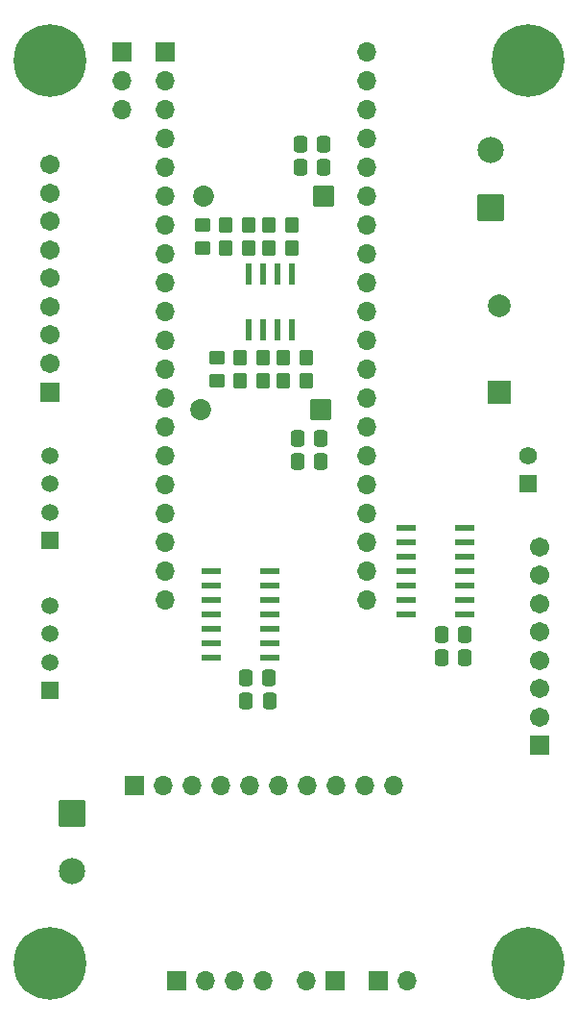
<source format=gbr>
%TF.GenerationSoftware,KiCad,Pcbnew,7.0.5*%
%TF.CreationDate,2023-10-05T13:58:56+07:00*%
%TF.ProjectId,Main_board,4d61696e-5f62-46f6-9172-642e6b696361,rev?*%
%TF.SameCoordinates,Original*%
%TF.FileFunction,Soldermask,Bot*%
%TF.FilePolarity,Negative*%
%FSLAX46Y46*%
G04 Gerber Fmt 4.6, Leading zero omitted, Abs format (unit mm)*
G04 Created by KiCad (PCBNEW 7.0.5) date 2023-10-05 13:58:56*
%MOMM*%
%LPD*%
G01*
G04 APERTURE LIST*
G04 Aperture macros list*
%AMRoundRect*
0 Rectangle with rounded corners*
0 $1 Rounding radius*
0 $2 $3 $4 $5 $6 $7 $8 $9 X,Y pos of 4 corners*
0 Add a 4 corners polygon primitive as box body*
4,1,4,$2,$3,$4,$5,$6,$7,$8,$9,$2,$3,0*
0 Add four circle primitives for the rounded corners*
1,1,$1+$1,$2,$3*
1,1,$1+$1,$4,$5*
1,1,$1+$1,$6,$7*
1,1,$1+$1,$8,$9*
0 Add four rect primitives between the rounded corners*
20,1,$1+$1,$2,$3,$4,$5,0*
20,1,$1+$1,$4,$5,$6,$7,0*
20,1,$1+$1,$6,$7,$8,$9,0*
20,1,$1+$1,$8,$9,$2,$3,0*%
G04 Aperture macros list end*
%ADD10R,1.575000X1.575000*%
%ADD11C,1.575000*%
%ADD12R,1.700000X1.700000*%
%ADD13O,1.700000X1.700000*%
%ADD14C,6.400000*%
%ADD15R,2.000000X2.000000*%
%ADD16C,2.000000*%
%ADD17R,1.508000X1.508000*%
%ADD18C,1.508000*%
%ADD19RoundRect,0.102000X-1.050000X1.050000X-1.050000X-1.050000X1.050000X-1.050000X1.050000X1.050000X0*%
%ADD20C,2.304000*%
%ADD21RoundRect,0.102000X0.754000X-0.754000X0.754000X0.754000X-0.754000X0.754000X-0.754000X-0.754000X0*%
%ADD22C,1.712000*%
%ADD23RoundRect,0.102000X1.050000X-1.050000X1.050000X1.050000X-1.050000X1.050000X-1.050000X-1.050000X0*%
%ADD24C,1.854000*%
%ADD25RoundRect,0.102000X0.825000X0.825000X-0.825000X0.825000X-0.825000X-0.825000X0.825000X-0.825000X0*%
%ADD26RoundRect,0.250000X-0.337500X-0.475000X0.337500X-0.475000X0.337500X0.475000X-0.337500X0.475000X0*%
%ADD27RoundRect,0.250000X-0.450000X0.350000X-0.450000X-0.350000X0.450000X-0.350000X0.450000X0.350000X0*%
%ADD28RoundRect,0.250000X0.350000X0.450000X-0.350000X0.450000X-0.350000X-0.450000X0.350000X-0.450000X0*%
%ADD29R,1.701800X0.533400*%
%ADD30RoundRect,0.250000X-0.350000X-0.450000X0.350000X-0.450000X0.350000X0.450000X-0.350000X0.450000X0*%
%ADD31RoundRect,0.250000X0.337500X0.475000X-0.337500X0.475000X-0.337500X-0.475000X0.337500X-0.475000X0*%
%ADD32R,0.570000X1.970000*%
%ADD33RoundRect,0.250000X0.450000X-0.350000X0.450000X0.350000X-0.450000X0.350000X-0.450000X-0.350000X0*%
G04 APERTURE END LIST*
D10*
%TO.C,J9*%
X182118000Y-66762000D03*
D11*
X182118000Y-64262000D03*
%TD*%
D12*
%TO.C,J7*%
X168910000Y-110490000D03*
D13*
X171450000Y-110490000D03*
%TD*%
D12*
%TO.C,J6*%
X165105000Y-110490000D03*
D13*
X162565000Y-110490000D03*
%TD*%
D14*
%TO.C,H1*%
X139954000Y-29464000D03*
%TD*%
D12*
%TO.C,J2*%
X146304000Y-28702000D03*
D13*
X146304000Y-31242000D03*
X146304000Y-33782000D03*
%TD*%
D15*
%TO.C,BZ1*%
X179578000Y-58664000D03*
D16*
X179578000Y-51064000D03*
%TD*%
D12*
%TO.C,U3*%
X150082800Y-28740800D03*
D13*
X150082800Y-31280800D03*
X150082800Y-33820800D03*
X150082800Y-36360800D03*
X150082800Y-38900800D03*
X150082800Y-41440800D03*
X150082800Y-43980800D03*
X150082800Y-46520800D03*
X150082800Y-49060800D03*
X150082800Y-51600800D03*
X150082800Y-54140800D03*
X150082800Y-56680800D03*
X150082800Y-59220800D03*
X150082800Y-61760800D03*
X150082800Y-64300800D03*
X150082800Y-66840800D03*
X150082800Y-69380800D03*
X150082800Y-71920800D03*
X150082800Y-74460800D03*
X150082800Y-77000800D03*
X167894000Y-76962000D03*
X167894000Y-74422000D03*
X167894000Y-71882000D03*
X167894000Y-69342000D03*
X167894000Y-66802000D03*
X167894000Y-64262000D03*
X167894000Y-61722000D03*
X167894000Y-59182000D03*
X167894000Y-56642000D03*
X167894000Y-54102000D03*
X167894000Y-51562000D03*
X167894000Y-49022000D03*
X167894000Y-46482000D03*
X167894000Y-43942000D03*
X167894000Y-41402000D03*
X167894000Y-38862000D03*
X167894000Y-36322000D03*
X167894000Y-33782000D03*
X167894000Y-31242000D03*
X167894000Y-28702000D03*
%TD*%
D14*
%TO.C,H4*%
X182118000Y-108966000D03*
%TD*%
D17*
%TO.C,U5*%
X139954000Y-84970000D03*
D18*
X139954000Y-82470000D03*
X139954000Y-79970000D03*
X139954000Y-77470000D03*
%TD*%
D19*
%TO.C,J4*%
X141922000Y-95803500D03*
D20*
X141922000Y-100883500D03*
%TD*%
D17*
%TO.C,U4*%
X139954000Y-71762000D03*
D18*
X139954000Y-69262000D03*
X139954000Y-66762000D03*
X139954000Y-64262000D03*
%TD*%
D12*
%TO.C,J8*%
X151130000Y-110490000D03*
D13*
X153670000Y-110490000D03*
X156210000Y-110490000D03*
X158750000Y-110490000D03*
%TD*%
D14*
%TO.C,H3*%
X182118000Y-29464000D03*
%TD*%
D21*
%TO.C,J1*%
X139954000Y-58648000D03*
D22*
X139954000Y-56148000D03*
X139954000Y-53648000D03*
X139954000Y-51148000D03*
X139954000Y-48648000D03*
X139954000Y-46148000D03*
X139954000Y-43648000D03*
X139954000Y-41148000D03*
X139954000Y-38648000D03*
%TD*%
D12*
%TO.C,U1*%
X147388250Y-93283000D03*
D13*
X149928250Y-93283000D03*
X152468250Y-93283000D03*
X155008250Y-93283000D03*
X157548250Y-93283000D03*
X160088250Y-93283000D03*
X162628250Y-93283000D03*
X165168250Y-93283000D03*
X167708250Y-93283000D03*
X170248250Y-93283000D03*
%TD*%
D14*
%TO.C,H2*%
X139954000Y-108966000D03*
%TD*%
D23*
%TO.C,J5*%
X178816000Y-42418000D03*
D20*
X178816000Y-37338000D03*
%TD*%
D21*
%TO.C,J3*%
X183134000Y-89796000D03*
D22*
X183134000Y-87296000D03*
X183134000Y-84796000D03*
X183134000Y-82296000D03*
X183134000Y-79796000D03*
X183134000Y-77296000D03*
X183134000Y-74796000D03*
X183134000Y-72296000D03*
%TD*%
D24*
%TO.C,D2*%
X153196000Y-60198000D03*
D25*
X163796000Y-60198000D03*
%TD*%
D26*
%TO.C,C11*%
X157226000Y-85852000D03*
X159301000Y-85852000D03*
%TD*%
D27*
%TO.C,R9*%
X153416000Y-43958000D03*
X153416000Y-45958000D03*
%TD*%
D28*
%TO.C,R15*%
X161274000Y-43942000D03*
X159274000Y-43942000D03*
%TD*%
D29*
%TO.C,U6*%
X171348400Y-78232000D03*
X171348400Y-76962000D03*
X171348400Y-75692000D03*
X171348400Y-74422000D03*
X171348400Y-73152000D03*
X171348400Y-71882000D03*
X171348400Y-70612000D03*
X176530000Y-70612000D03*
X176530000Y-71882000D03*
X176530000Y-73152000D03*
X176530000Y-74422000D03*
X176530000Y-75692000D03*
X176530000Y-76962000D03*
X176530000Y-78232000D03*
%TD*%
D30*
%TO.C,R11*%
X155464000Y-43942000D03*
X157464000Y-43942000D03*
%TD*%
D28*
%TO.C,R16*%
X162544000Y-55626000D03*
X160544000Y-55626000D03*
%TD*%
D31*
%TO.C,C23*%
X163851500Y-64770000D03*
X161776500Y-64770000D03*
%TD*%
D26*
%TO.C,C2*%
X174476500Y-82042000D03*
X176551500Y-82042000D03*
%TD*%
%TO.C,C24*%
X161776500Y-62738000D03*
X163851500Y-62738000D03*
%TD*%
D29*
%TO.C,U2*%
X154127200Y-82042000D03*
X154127200Y-80772000D03*
X154127200Y-79502000D03*
X154127200Y-78232000D03*
X154127200Y-76962000D03*
X154127200Y-75692000D03*
X154127200Y-74422000D03*
X159308800Y-74422000D03*
X159308800Y-75692000D03*
X159308800Y-76962000D03*
X159308800Y-78232000D03*
X159308800Y-79502000D03*
X159308800Y-80772000D03*
X159308800Y-82042000D03*
%TD*%
D26*
%TO.C,C26*%
X162030500Y-38862000D03*
X164105500Y-38862000D03*
%TD*%
%TO.C,C3*%
X174476500Y-80010000D03*
X176551500Y-80010000D03*
%TD*%
D32*
%TO.C,U9*%
X161290000Y-53210000D03*
X160020000Y-53210000D03*
X158750000Y-53210000D03*
X157480000Y-53210000D03*
X157480000Y-48260000D03*
X158750000Y-48260000D03*
X160020000Y-48260000D03*
X161290000Y-48260000D03*
%TD*%
D28*
%TO.C,R17*%
X161274000Y-45974000D03*
X159274000Y-45974000D03*
%TD*%
D24*
%TO.C,D3*%
X153450000Y-41402000D03*
D25*
X164050000Y-41402000D03*
%TD*%
D30*
%TO.C,R10*%
X156734000Y-57658000D03*
X158734000Y-57658000D03*
%TD*%
D28*
%TO.C,R14*%
X162544000Y-57658000D03*
X160544000Y-57658000D03*
%TD*%
D31*
%TO.C,C25*%
X164105500Y-36830000D03*
X162030500Y-36830000D03*
%TD*%
D33*
%TO.C,R8*%
X154686000Y-57642000D03*
X154686000Y-55642000D03*
%TD*%
D28*
%TO.C,R12*%
X158734000Y-55626000D03*
X156734000Y-55626000D03*
%TD*%
%TO.C,R13*%
X157464000Y-45974000D03*
X155464000Y-45974000D03*
%TD*%
D26*
%TO.C,C12*%
X157204500Y-83820000D03*
X159279500Y-83820000D03*
%TD*%
M02*

</source>
